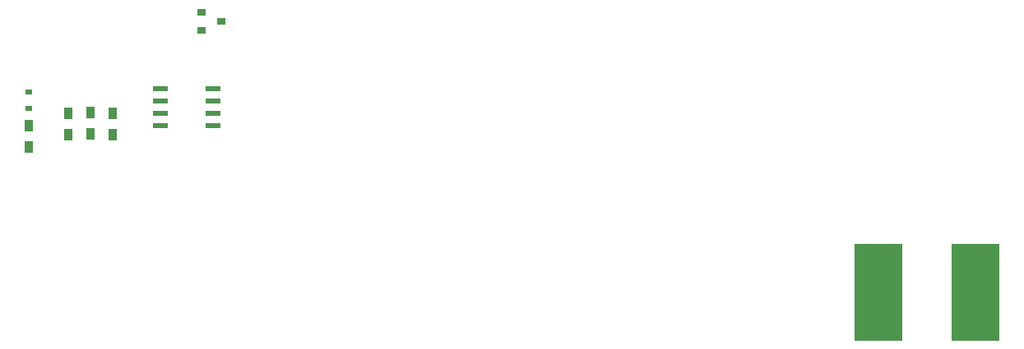
<source format=gtp>
G04 #@! TF.GenerationSoftware,KiCad,Pcbnew,(5.0.2)-1*
G04 #@! TF.CreationDate,2019-02-23T14:57:53-07:00*
G04 #@! TF.ProjectId,MinesRobotics_PDB,4d696e65-7352-46f6-926f-746963735f50,rev?*
G04 #@! TF.SameCoordinates,Original*
G04 #@! TF.FileFunction,Paste,Top*
G04 #@! TF.FilePolarity,Positive*
%FSLAX46Y46*%
G04 Gerber Fmt 4.6, Leading zero omitted, Abs format (unit mm)*
G04 Created by KiCad (PCBNEW (5.0.2)-1) date 2/23/2019 2:57:53 PM*
%MOMM*%
%LPD*%
G01*
G04 APERTURE LIST*
%ADD10R,0.900000X0.800000*%
%ADD11R,1.550000X0.600000*%
%ADD12R,5.000000X10.000000*%
%ADD13R,0.800000X0.600000*%
%ADD14R,0.900000X1.200000*%
G04 APERTURE END LIST*
D10*
G04 #@! TO.C,Q1*
X68310000Y-49530000D03*
X66310000Y-50480000D03*
X66310000Y-48580000D03*
G04 #@! TD*
D11*
G04 #@! TO.C,U2*
X67470000Y-56515000D03*
X67470000Y-57785000D03*
X67470000Y-59055000D03*
X67470000Y-60325000D03*
X62070000Y-60325000D03*
X62070000Y-59055000D03*
X62070000Y-57785000D03*
X62070000Y-56515000D03*
G04 #@! TD*
D12*
G04 #@! TO.C,J13*
X145970000Y-77470000D03*
X135970000Y-77470000D03*
G04 #@! TD*
D13*
G04 #@! TO.C,D1*
X48514000Y-56808000D03*
X48514000Y-58508000D03*
G04 #@! TD*
D14*
G04 #@! TO.C,R1*
X48514000Y-62484000D03*
X48514000Y-60284000D03*
G04 #@! TD*
G04 #@! TO.C,R2*
X52578000Y-59014000D03*
X52578000Y-61214000D03*
G04 #@! TD*
G04 #@! TO.C,R3*
X54864000Y-58928000D03*
X54864000Y-61128000D03*
G04 #@! TD*
G04 #@! TO.C,R4*
X57150000Y-59014000D03*
X57150000Y-61214000D03*
G04 #@! TD*
M02*

</source>
